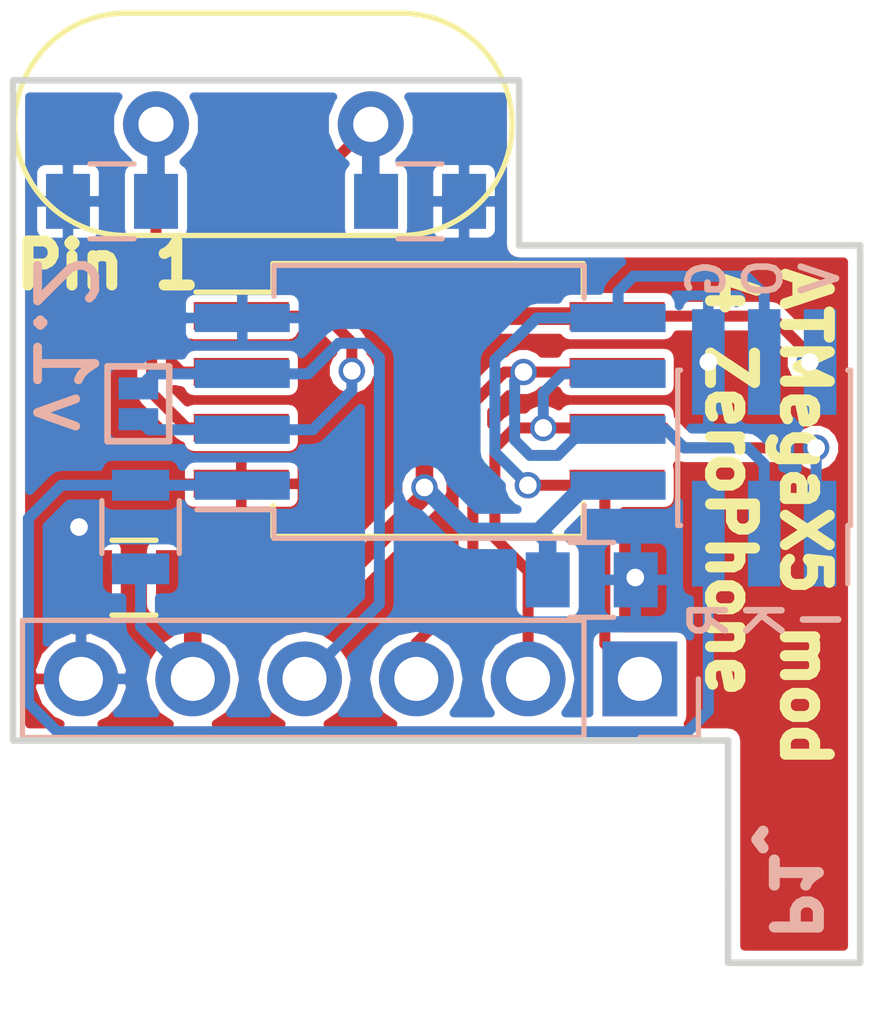
<source format=kicad_pcb>
(kicad_pcb (version 4) (host pcbnew 4.0.7)

  (general
    (links 32)
    (no_connects 0)
    (area 140.674999 96.674999 160.075001 116.875001)
    (thickness 1.6)
    (drawings 21)
    (tracks 123)
    (zones 0)
    (modules 11)
    (nets 11)
  )

  (page A4)
  (layers
    (0 F.Cu signal)
    (31 B.Cu signal)
    (32 B.Adhes user)
    (33 F.Adhes user)
    (34 B.Paste user)
    (35 F.Paste user)
    (36 B.SilkS user)
    (37 F.SilkS user)
    (38 B.Mask user)
    (39 F.Mask user hide)
    (40 Dwgs.User user)
    (41 Cmts.User user)
    (42 Eco1.User user)
    (43 Eco2.User user hide)
    (44 Edge.Cuts user)
    (45 Margin user)
    (46 B.CrtYd user hide)
    (47 F.CrtYd user hide)
    (48 B.Fab user hide)
    (49 F.Fab user hide)
  )

  (setup
    (last_trace_width 0.25)
    (user_trace_width 0.4)
    (trace_clearance 0.2)
    (zone_clearance 0.2)
    (zone_45_only no)
    (trace_min 0.2)
    (segment_width 0.2)
    (edge_width 0.15)
    (via_size 0.6)
    (via_drill 0.4)
    (via_min_size 0.4)
    (via_min_drill 0.3)
    (uvia_size 0.3)
    (uvia_drill 0.1)
    (uvias_allowed no)
    (uvia_min_size 0.2)
    (uvia_min_drill 0.1)
    (pcb_text_width 0.3)
    (pcb_text_size 1.5 1.5)
    (mod_edge_width 0.15)
    (mod_text_size 1 1)
    (mod_text_width 0.15)
    (pad_size 1.5 1.25)
    (pad_drill 0)
    (pad_to_mask_clearance 0.2)
    (aux_axis_origin 160 100.5)
    (visible_elements 7FFFFF7F)
    (pcbplotparams
      (layerselection 0x010f0_80000001)
      (usegerberextensions true)
      (usegerberattributes true)
      (excludeedgelayer true)
      (linewidth 0.200000)
      (plotframeref false)
      (viasonmask false)
      (mode 1)
      (useauxorigin true)
      (hpglpennumber 1)
      (hpglpenspeed 20)
      (hpglpendiameter 15)
      (hpglpenoverlay 2)
      (psnegative false)
      (psa4output false)
      (plotreference false)
      (plotvalue false)
      (plotinvisibletext false)
      (padsonsilk false)
      (subtractmaskfromsilk false)
      (outputformat 1)
      (mirror false)
      (drillshape 0)
      (scaleselection 1)
      (outputdirectory gerbers/))
  )

  (net 0 "")
  (net 1 +3V3)
  (net 2 GND)
  (net 3 CS)
  (net 4 MISO)
  (net 5 CLK)
  (net 6 MOSI)
  (net 7 "Net-(C2-Pad2)")
  (net 8 "Net-(C3-Pad1)")
  (net 9 "Net-(CON1-Pad5)")
  (net 10 RST)

  (net_class Default "This is the default net class."
    (clearance 0.2)
    (trace_width 0.25)
    (via_dia 0.6)
    (via_drill 0.4)
    (uvia_dia 0.3)
    (uvia_drill 0.1)
    (add_net +3V3)
    (add_net CLK)
    (add_net CS)
    (add_net GND)
    (add_net MISO)
    (add_net MOSI)
    (add_net "Net-(C2-Pad2)")
    (add_net "Net-(C3-Pad1)")
    (add_net "Net-(CON1-Pad5)")
    (add_net RST)
  )

  (module Pin_Headers:Pin_Header_Straight_1x06_Pitch2.54mm (layer B.Cu) (tedit 59A2EA63) (tstamp 590E8394)
    (at 154.995 110.35 90)
    (descr "Through hole straight pin header, 1x06, 2.54mm pitch, single row")
    (tags "Through hole pin header THT 1x06 2.54mm single row")
    (path /590E7860)
    (fp_text reference P2 (at 0 2.33 90) (layer B.SilkS) hide
      (effects (font (size 1 1) (thickness 0.15)) (justify mirror))
    )
    (fp_text value CONN_01X06 (at 0 -15.03 90) (layer B.Fab) hide
      (effects (font (size 1 1) (thickness 0.15)) (justify mirror))
    )
    (fp_line (start -1.27 1.27) (end -1.27 -13.97) (layer B.Fab) (width 0.1))
    (fp_line (start -1.27 -13.97) (end 1.27 -13.97) (layer B.Fab) (width 0.1))
    (fp_line (start 1.27 -13.97) (end 1.27 1.27) (layer B.Fab) (width 0.1))
    (fp_line (start 1.27 1.27) (end -1.27 1.27) (layer B.Fab) (width 0.1))
    (fp_line (start -1.33 -1.27) (end -1.33 -14.03) (layer B.SilkS) (width 0.12))
    (fp_line (start -1.33 -14.03) (end 1.33 -14.03) (layer B.SilkS) (width 0.12))
    (fp_line (start 1.33 -14.03) (end 1.33 -1.27) (layer B.SilkS) (width 0.12))
    (fp_line (start 1.33 -1.27) (end -1.33 -1.27) (layer B.SilkS) (width 0.12))
    (fp_line (start -1.33 0) (end -1.33 1.33) (layer B.SilkS) (width 0.12))
    (fp_line (start -1.33 1.33) (end 0 1.33) (layer B.SilkS) (width 0.12))
    (fp_line (start -1.8 1.8) (end -1.8 -14.5) (layer B.CrtYd) (width 0.05))
    (fp_line (start -1.8 -14.5) (end 1.8 -14.5) (layer B.CrtYd) (width 0.05))
    (fp_line (start 1.8 -14.5) (end 1.8 1.8) (layer B.CrtYd) (width 0.05))
    (fp_line (start 1.8 1.8) (end -1.8 1.8) (layer B.CrtYd) (width 0.05))
    (fp_text user %R (at 0 2.33 90) (layer B.Fab) hide
      (effects (font (size 1 1) (thickness 0.15)) (justify mirror))
    )
    (pad 1 thru_hole rect (at 0 0 90) (size 1.7 1.7) (drill 1) (layers *.Cu *.Mask)
      (net 6 MOSI))
    (pad 2 thru_hole oval (at 0 -2.54 90) (size 1.7 1.7) (drill 1) (layers *.Cu *.Mask)
      (net 4 MISO))
    (pad 3 thru_hole oval (at 0 -5.08 90) (size 1.7 1.7) (drill 1) (layers *.Cu *.Mask)
      (net 5 CLK))
    (pad 4 thru_hole oval (at 0 -7.62 90) (size 1.7 1.7) (drill 1) (layers *.Cu *.Mask)
      (net 3 CS))
    (pad 5 thru_hole oval (at 0 -10.16 90) (size 1.7 1.7) (drill 1) (layers *.Cu *.Mask)
      (net 1 +3V3))
    (pad 6 thru_hole oval (at 0 -12.7 90) (size 1.7 1.7) (drill 1) (layers *.Cu *.Mask)
      (net 2 GND))
    (model Pin_Headers.3dshapes/Pin_Header_Angled_1x06_Pitch2.54mm.wrl
      (at (xyz 0 0 0))
      (scale (xyz 1 1 1))
      (rotate (xyz 0 0 0))
    )
  )

  (module Crystals:Crystal_HC49-U_Vertical (layer F.Cu) (tedit 5AEEE363) (tstamp 5AEEE210)
    (at 148.88 97.75 180)
    (descr "Crystal THT HC-49/U http://5hertz.com/pdfs/04404_D.pdf")
    (tags "THT crystalHC-49/U")
    (path /5AEEE2B5)
    (fp_text reference Y1 (at 2.44 -3.525 180) (layer F.SilkS) hide
      (effects (font (size 1 1) (thickness 0.15)))
    )
    (fp_text value Crystal (at 2.44 3.525 180) (layer F.Fab)
      (effects (font (size 1 1) (thickness 0.15)))
    )
    (fp_text user %R (at 2.44 0 180) (layer F.Fab)
      (effects (font (size 1 1) (thickness 0.15)))
    )
    (fp_line (start -0.685 -2.325) (end 5.565 -2.325) (layer F.Fab) (width 0.1))
    (fp_line (start -0.685 2.325) (end 5.565 2.325) (layer F.Fab) (width 0.1))
    (fp_line (start -0.56 -2) (end 5.44 -2) (layer F.Fab) (width 0.1))
    (fp_line (start -0.56 2) (end 5.44 2) (layer F.Fab) (width 0.1))
    (fp_line (start -0.685 -2.525) (end 5.565 -2.525) (layer F.SilkS) (width 0.12))
    (fp_line (start -0.685 2.525) (end 5.565 2.525) (layer F.SilkS) (width 0.12))
    (fp_line (start -3.5 -2.8) (end -3.5 2.8) (layer F.CrtYd) (width 0.05))
    (fp_line (start -3.5 2.8) (end 8.4 2.8) (layer F.CrtYd) (width 0.05))
    (fp_line (start 8.4 2.8) (end 8.4 -2.8) (layer F.CrtYd) (width 0.05))
    (fp_line (start 8.4 -2.8) (end -3.5 -2.8) (layer F.CrtYd) (width 0.05))
    (fp_arc (start -0.685 0) (end -0.685 -2.325) (angle -180) (layer F.Fab) (width 0.1))
    (fp_arc (start 5.565 0) (end 5.565 -2.325) (angle 180) (layer F.Fab) (width 0.1))
    (fp_arc (start -0.56 0) (end -0.56 -2) (angle -180) (layer F.Fab) (width 0.1))
    (fp_arc (start 5.44 0) (end 5.44 -2) (angle 180) (layer F.Fab) (width 0.1))
    (fp_arc (start -0.685 0) (end -0.685 -2.525) (angle -180) (layer F.SilkS) (width 0.12))
    (fp_arc (start 5.565 0) (end 5.565 -2.525) (angle 180) (layer F.SilkS) (width 0.12))
    (pad 1 thru_hole circle (at 0 0 180) (size 1.5 1.5) (drill 0.8) (layers *.Cu *.Mask)
      (net 7 "Net-(C2-Pad2)"))
    (pad 2 thru_hole circle (at 4.88 0 180) (size 1.5 1.5) (drill 0.8) (layers *.Cu *.Mask)
      (net 8 "Net-(C3-Pad1)"))
    (model ${KISYS3DMOD}/Crystals.3dshapes/Crystal_HC49-U_Vertical.wrl
      (at (xyz 0 0 0))
      (scale (xyz 0.393701 0.393701 0.393701))
      (rotate (xyz 0 0 0))
    )
  )

  (module Capacitors_SMD:C_0805 (layer B.Cu) (tedit 5C3B4D86) (tstamp 5C3B4CAA)
    (at 153.9 108.1)
    (descr "Capacitor SMD 0805, reflow soldering, AVX (see smccp.pdf)")
    (tags "capacitor 0805")
    (path /5C3B4836)
    (attr smd)
    (fp_text reference C4 (at 0 1.5) (layer B.SilkS) hide
      (effects (font (size 1 1) (thickness 0.15)) (justify mirror))
    )
    (fp_text value C_Small (at 0 -1.75) (layer B.Fab)
      (effects (font (size 1 1) (thickness 0.15)) (justify mirror))
    )
    (fp_text user %R (at 0 1.5) (layer B.Fab)
      (effects (font (size 1 1) (thickness 0.15)) (justify mirror))
    )
    (fp_line (start -1 -0.62) (end -1 0.62) (layer B.Fab) (width 0.1))
    (fp_line (start 1 -0.62) (end -1 -0.62) (layer B.Fab) (width 0.1))
    (fp_line (start 1 0.62) (end 1 -0.62) (layer B.Fab) (width 0.1))
    (fp_line (start -1 0.62) (end 1 0.62) (layer B.Fab) (width 0.1))
    (fp_line (start 0.5 0.85) (end -0.5 0.85) (layer B.SilkS) (width 0.12))
    (fp_line (start -0.5 -0.85) (end 0.5 -0.85) (layer B.SilkS) (width 0.12))
    (fp_line (start -1.75 0.88) (end 1.75 0.88) (layer B.CrtYd) (width 0.05))
    (fp_line (start -1.75 0.88) (end -1.75 -0.87) (layer B.CrtYd) (width 0.05))
    (fp_line (start 1.75 -0.87) (end 1.75 0.88) (layer B.CrtYd) (width 0.05))
    (fp_line (start 1.75 -0.87) (end -1.75 -0.87) (layer B.CrtYd) (width 0.05))
    (pad 1 smd rect (at -1 0) (size 1 1.25) (layers B.Cu B.Paste B.Mask)
      (net 1 +3V3))
    (pad 2 smd rect (at 1 0) (size 1 1.25) (layers B.Cu B.Paste B.Mask)
      (net 2 GND))
    (model Capacitors_SMD.3dshapes/C_0805.wrl
      (at (xyz 0 0 0))
      (scale (xyz 1 1 1))
      (rotate (xyz 0 0 0))
    )
  )

  (module Pin_Headers:Pin_Header_Straight_2x03_Pitch1.27mm_SMD (layer B.Cu) (tedit 5C3B4D88) (tstamp 5C3B4CB4)
    (at 157.82 105.1 90)
    (descr "surface-mounted straight pin header, 2x03, 1.27mm pitch, double rows")
    (tags "Surface mounted pin header SMD 2x03 1.27mm double row")
    (path /5C3B534C)
    (attr smd)
    (fp_text reference CON1 (at 0 2.965 90) (layer B.SilkS) hide
      (effects (font (size 1 1) (thickness 0.15)) (justify mirror))
    )
    (fp_text value AVR-ISP-6 (at 0 -2.965 90) (layer B.Fab)
      (effects (font (size 1 1) (thickness 0.15)) (justify mirror))
    )
    (fp_line (start 1.705 -1.905) (end -1.705 -1.905) (layer B.Fab) (width 0.1))
    (fp_line (start -1.27 1.905) (end 1.705 1.905) (layer B.Fab) (width 0.1))
    (fp_line (start -1.705 -1.905) (end -1.705 1.47) (layer B.Fab) (width 0.1))
    (fp_line (start -1.705 1.47) (end -1.27 1.905) (layer B.Fab) (width 0.1))
    (fp_line (start 1.705 1.905) (end 1.705 -1.905) (layer B.Fab) (width 0.1))
    (fp_line (start -1.705 1.47) (end -2.75 1.47) (layer B.Fab) (width 0.1))
    (fp_line (start -2.75 1.47) (end -2.75 1.07) (layer B.Fab) (width 0.1))
    (fp_line (start -2.75 1.07) (end -1.705 1.07) (layer B.Fab) (width 0.1))
    (fp_line (start 1.705 1.47) (end 2.75 1.47) (layer B.Fab) (width 0.1))
    (fp_line (start 2.75 1.47) (end 2.75 1.07) (layer B.Fab) (width 0.1))
    (fp_line (start 2.75 1.07) (end 1.705 1.07) (layer B.Fab) (width 0.1))
    (fp_line (start -1.705 0.2) (end -2.75 0.2) (layer B.Fab) (width 0.1))
    (fp_line (start -2.75 0.2) (end -2.75 -0.2) (layer B.Fab) (width 0.1))
    (fp_line (start -2.75 -0.2) (end -1.705 -0.2) (layer B.Fab) (width 0.1))
    (fp_line (start 1.705 0.2) (end 2.75 0.2) (layer B.Fab) (width 0.1))
    (fp_line (start 2.75 0.2) (end 2.75 -0.2) (layer B.Fab) (width 0.1))
    (fp_line (start 2.75 -0.2) (end 1.705 -0.2) (layer B.Fab) (width 0.1))
    (fp_line (start -1.705 -1.07) (end -2.75 -1.07) (layer B.Fab) (width 0.1))
    (fp_line (start -2.75 -1.07) (end -2.75 -1.47) (layer B.Fab) (width 0.1))
    (fp_line (start -2.75 -1.47) (end -1.705 -1.47) (layer B.Fab) (width 0.1))
    (fp_line (start 1.705 -1.07) (end 2.75 -1.07) (layer B.Fab) (width 0.1))
    (fp_line (start 2.75 -1.07) (end 2.75 -1.47) (layer B.Fab) (width 0.1))
    (fp_line (start 2.75 -1.47) (end 1.705 -1.47) (layer B.Fab) (width 0.1))
    (fp_line (start -1.765 1.965) (end 1.765 1.965) (layer B.SilkS) (width 0.12))
    (fp_line (start -1.765 -1.965) (end 1.765 -1.965) (layer B.SilkS) (width 0.12))
    (fp_line (start -3.09 1.9) (end -1.765 1.9) (layer B.SilkS) (width 0.12))
    (fp_line (start -1.765 1.965) (end -1.765 1.9) (layer B.SilkS) (width 0.12))
    (fp_line (start 1.765 1.965) (end 1.765 1.9) (layer B.SilkS) (width 0.12))
    (fp_line (start -1.765 -1.9) (end -1.765 -1.965) (layer B.SilkS) (width 0.12))
    (fp_line (start 1.765 -1.9) (end 1.765 -1.965) (layer B.SilkS) (width 0.12))
    (fp_line (start -4.3 2.45) (end -4.3 -2.45) (layer B.CrtYd) (width 0.05))
    (fp_line (start -4.3 -2.45) (end 4.3 -2.45) (layer B.CrtYd) (width 0.05))
    (fp_line (start 4.3 -2.45) (end 4.3 2.45) (layer B.CrtYd) (width 0.05))
    (fp_line (start 4.3 2.45) (end -4.3 2.45) (layer B.CrtYd) (width 0.05))
    (fp_text user %R (at 0 0 360) (layer B.Fab)
      (effects (font (size 1 1) (thickness 0.15)) (justify mirror))
    )
    (pad 1 smd rect (at -1.95 1.27 90) (size 2.4 0.74) (layers B.Cu B.Paste B.Mask)
      (net 4 MISO))
    (pad 2 smd rect (at 1.95 1.27 90) (size 2.4 0.74) (layers B.Cu B.Paste B.Mask)
      (net 1 +3V3))
    (pad 3 smd rect (at -1.95 0 90) (size 2.4 0.74) (layers B.Cu B.Paste B.Mask)
      (net 5 CLK))
    (pad 4 smd rect (at 1.95 0 90) (size 2.4 0.74) (layers B.Cu B.Paste B.Mask)
      (net 6 MOSI))
    (pad 5 smd rect (at -1.95 -1.27 90) (size 2.4 0.74) (layers B.Cu B.Paste B.Mask)
      (net 9 "Net-(CON1-Pad5)"))
    (pad 6 smd rect (at 1.95 -1.27 90) (size 2.4 0.74) (layers B.Cu B.Paste B.Mask)
      (net 2 GND))
    (model ${KISYS3DMOD}/Pin_Headers.3dshapes/Pin_Header_Straight_2x03_Pitch1.27mm_SMD.wrl
      (at (xyz 0 0 0))
      (scale (xyz 1 1 1))
      (rotate (xyz 0 0 0))
    )
  )

  (module footprints:GS2_SMALL (layer B.Cu) (tedit 5C3B4FEA) (tstamp 5C3B4CBA)
    (at 143.6 103.75)
    (descr "3-pin solder bridge")
    (tags "solder bridge")
    (path /5C3B4B4A)
    (attr smd)
    (fp_text reference JP1 (at -1.8 0.3 90) (layer B.SilkS) hide
      (effects (font (size 1 1) (thickness 0.15)) (justify mirror))
    )
    (fp_text value Jumper (at 0 2.6 90) (layer B.SilkS) hide
      (effects (font (size 1 1) (thickness 0.15)) (justify mirror))
    )
    (fp_line (start -1 1.5) (end -1 -0.8) (layer B.CrtYd) (width 0.15))
    (fp_line (start 1 -0.8) (end 1 1.5) (layer B.CrtYd) (width 0.15))
    (fp_line (start 1 -0.8) (end -1 -0.8) (layer B.CrtYd) (width 0.15))
    (fp_line (start 0.7 -0.5) (end 0.7 1.2) (layer B.SilkS) (width 0.15))
    (fp_line (start -0.7 -0.5) (end 0.7 -0.5) (layer B.SilkS) (width 0.15))
    (fp_line (start -0.7 1.2) (end -0.7 -0.5) (layer B.SilkS) (width 0.15))
    (fp_line (start -0.7 -0.5) (end 0.7 -0.5) (layer B.SilkS) (width 0.15))
    (fp_line (start -1 1.5) (end 1 1.5) (layer B.CrtYd) (width 0.15))
    (fp_line (start -0.7 1.2) (end 0.7 1.2) (layer B.SilkS) (width 0.15))
    (pad 1 smd rect (at 0 0.7) (size 0.9 0.5) (layers B.Cu B.Paste B.Mask)
      (net 10 RST))
    (pad 2 smd rect (at 0 0) (size 0.9 0.5) (layers B.Cu B.Paste B.Mask)
      (net 3 CS))
  )

  (module Resistors_SMD:R_0805 (layer B.Cu) (tedit 5C3B4F9A) (tstamp 5C3B4CC0)
    (at 143.65 106.9 270)
    (descr "Resistor SMD 0805, reflow soldering, Vishay (see dcrcw.pdf)")
    (tags "resistor 0805")
    (path /5C3B48F3)
    (attr smd)
    (fp_text reference R1 (at 0 1.65 270) (layer B.SilkS) hide
      (effects (font (size 1 1) (thickness 0.15)) (justify mirror))
    )
    (fp_text value 10K (at 0 -1.75 270) (layer B.Fab)
      (effects (font (size 1 1) (thickness 0.15)) (justify mirror))
    )
    (fp_text user %R (at 0 0 270) (layer B.Fab)
      (effects (font (size 0.5 0.5) (thickness 0.075)) (justify mirror))
    )
    (fp_line (start -1 -0.62) (end -1 0.62) (layer B.Fab) (width 0.1))
    (fp_line (start 1 -0.62) (end -1 -0.62) (layer B.Fab) (width 0.1))
    (fp_line (start 1 0.62) (end 1 -0.62) (layer B.Fab) (width 0.1))
    (fp_line (start -1 0.62) (end 1 0.62) (layer B.Fab) (width 0.1))
    (fp_line (start 0.6 -0.88) (end -0.6 -0.88) (layer B.SilkS) (width 0.12))
    (fp_line (start -0.6 0.88) (end 0.6 0.88) (layer B.SilkS) (width 0.12))
    (fp_line (start -1.55 0.9) (end 1.55 0.9) (layer B.CrtYd) (width 0.05))
    (fp_line (start -1.55 0.9) (end -1.55 -0.9) (layer B.CrtYd) (width 0.05))
    (fp_line (start 1.55 -0.9) (end 1.55 0.9) (layer B.CrtYd) (width 0.05))
    (fp_line (start 1.55 -0.9) (end -1.55 -0.9) (layer B.CrtYd) (width 0.05))
    (pad 1 smd rect (at -0.95 0 270) (size 0.7 1.3) (layers B.Cu B.Paste B.Mask)
      (net 9 "Net-(CON1-Pad5)"))
    (pad 2 smd rect (at 0.95 0 270) (size 0.7 1.3) (layers B.Cu B.Paste B.Mask)
      (net 1 +3V3))
    (model ${KISYS3DMOD}/Resistors_SMD.3dshapes/R_0805.wrl
      (at (xyz 0 0 0))
      (scale (xyz 1 1 1))
      (rotate (xyz 0 0 0))
    )
  )

  (module Housings_SOIC:SSO-8_6.8x5.9mm_Pitch1.27mm_Clearance7mm (layer B.Cu) (tedit 5C3B4F8F) (tstamp 5C3B4CCC)
    (at 150.23 104.055)
    (descr "8-Lead Plastic Stretched Small Outline (SSO/Stretched SO), see https://docs.broadcom.com/cs/Satellite?blobcol=urldata&blobheader=application%2Fpdf&blobheadername1=Content-Disposition&blobheadername2=Content-Type&blobheadername3=MDT-Type&blobheadervalue1=attachment%3Bfilename%3DIPD-Selection-Guide_AV00-0254EN_030617.pdf&blobheadervalue2=application%2Fx-download&blobheadervalue3=abinary%253B%2Bcharset%253DUTF-8&blobkey=id&blobnocache=true&blobtable=MungoBlobs&blobwhere=1430884105675&ssbinary=true")
    (tags "SSO Stretched SO SOIC Pitch 1.27")
    (path /5C3B4737)
    (attr smd)
    (fp_text reference U2 (at 0.1 3.9) (layer B.SilkS) hide
      (effects (font (size 1 1) (thickness 0.15)) (justify mirror))
    )
    (fp_text value ATTINY13-20SU (at 0 -4.1) (layer B.Fab)
      (effects (font (size 1 1) (thickness 0.15)) (justify mirror))
    )
    (fp_text user %R (at 0 0) (layer B.Fab)
      (effects (font (size 1 1) (thickness 0.15)) (justify mirror))
    )
    (fp_line (start -3.55 2.45) (end -5.3 2.45) (layer B.SilkS) (width 0.12))
    (fp_line (start -3.55 -2.4) (end -3.55 -3.1) (layer B.SilkS) (width 0.12))
    (fp_line (start -3.55 -3.1) (end 3.5 -3.1) (layer B.SilkS) (width 0.12))
    (fp_line (start 3.5 -3.1) (end 3.5 -2.35) (layer B.SilkS) (width 0.12))
    (fp_line (start 3.5 2.35) (end 3.5 3.1) (layer B.SilkS) (width 0.12))
    (fp_line (start 3.5 3.1) (end -3.55 3.1) (layer B.SilkS) (width 0.12))
    (fp_line (start -3.55 3.1) (end -3.55 2.45) (layer B.SilkS) (width 0.12))
    (fp_line (start -3.4 -2.95) (end 3.4 -2.95) (layer B.Fab) (width 0.12))
    (fp_line (start 3.4 -2.95) (end 3.4 2.95) (layer B.Fab) (width 0.12))
    (fp_line (start 3.4 2.95) (end -2.3 2.95) (layer B.Fab) (width 0.12))
    (fp_line (start -2.3 2.95) (end -3.4 1.85) (layer B.Fab) (width 0.12))
    (fp_line (start -3.4 1.85) (end -3.4 -2.95) (layer B.Fab) (width 0.12))
    (fp_line (start -5.6 3.2) (end 5.6 3.2) (layer B.CrtYd) (width 0.05))
    (fp_line (start -5.6 3.2) (end -5.6 -3.2) (layer B.CrtYd) (width 0.05))
    (fp_line (start 5.6 -3.2) (end 5.6 3.2) (layer B.CrtYd) (width 0.05))
    (fp_line (start 5.6 -3.2) (end -5.6 -3.2) (layer B.CrtYd) (width 0.05))
    (pad 1 smd rect (at -4.27 1.905) (size 2.16 0.64) (layers B.Cu B.Paste B.Mask)
      (net 9 "Net-(CON1-Pad5)"))
    (pad 2 smd rect (at -4.27 0.635) (size 2.16 0.64) (layers B.Cu B.Paste B.Mask)
      (net 10 RST))
    (pad 3 smd rect (at -4.27 -0.635) (size 2.16 0.64) (layers B.Cu B.Paste B.Mask)
      (net 3 CS))
    (pad 4 smd rect (at -4.27 -1.905) (size 2.16 0.64) (layers B.Cu B.Paste B.Mask)
      (net 2 GND))
    (pad 5 smd rect (at 4.27 -1.905) (size 2.16 0.64) (layers B.Cu B.Paste B.Mask)
      (net 6 MOSI))
    (pad 6 smd rect (at 4.27 -0.635) (size 2.16 0.64) (layers B.Cu B.Paste B.Mask)
      (net 4 MISO))
    (pad 7 smd rect (at 4.27 0.635) (size 2.16 0.64) (layers B.Cu B.Paste B.Mask)
      (net 5 CLK))
    (pad 8 smd rect (at 4.27 1.905) (size 2.16 0.64) (layers B.Cu B.Paste B.Mask)
      (net 1 +3V3))
    (model ${KISYS3DMOD}/Housings_SOIC.3dshapes/SSO-8_6.8x5.9mm_Pitch1.27mm_Clearance7mm.wrl
      (at (xyz 0 0 0))
      (scale (xyz 1 1 1))
      (rotate (xyz 0 0 0))
    )
  )

  (module Capacitors_SMD:C_0805 (layer F.Cu) (tedit 5C3B4FF4) (tstamp 5C3B4CF2)
    (at 143.5 108.05 180)
    (descr "Capacitor SMD 0805, reflow soldering, AVX (see smccp.pdf)")
    (tags "capacitor 0805")
    (path /590E7763)
    (attr smd)
    (fp_text reference C1 (at 0 -1.5 180) (layer F.SilkS) hide
      (effects (font (size 1 1) (thickness 0.15)))
    )
    (fp_text value C_Small (at 0 1.75 180) (layer F.Fab)
      (effects (font (size 1 1) (thickness 0.15)))
    )
    (fp_text user %R (at 0 -1.5 180) (layer F.Fab)
      (effects (font (size 1 1) (thickness 0.15)))
    )
    (fp_line (start -1 0.62) (end -1 -0.62) (layer F.Fab) (width 0.1))
    (fp_line (start 1 0.62) (end -1 0.62) (layer F.Fab) (width 0.1))
    (fp_line (start 1 -0.62) (end 1 0.62) (layer F.Fab) (width 0.1))
    (fp_line (start -1 -0.62) (end 1 -0.62) (layer F.Fab) (width 0.1))
    (fp_line (start 0.5 -0.85) (end -0.5 -0.85) (layer F.SilkS) (width 0.12))
    (fp_line (start -0.5 0.85) (end 0.5 0.85) (layer F.SilkS) (width 0.12))
    (fp_line (start -1.75 -0.88) (end 1.75 -0.88) (layer F.CrtYd) (width 0.05))
    (fp_line (start -1.75 -0.88) (end -1.75 0.87) (layer F.CrtYd) (width 0.05))
    (fp_line (start 1.75 0.87) (end 1.75 -0.88) (layer F.CrtYd) (width 0.05))
    (fp_line (start 1.75 0.87) (end -1.75 0.87) (layer F.CrtYd) (width 0.05))
    (pad 1 smd rect (at -1 0 180) (size 1 1.25) (layers F.Cu F.Paste F.Mask)
      (net 1 +3V3))
    (pad 2 smd rect (at 1 0 180) (size 1 1.25) (layers F.Cu F.Paste F.Mask)
      (net 2 GND))
    (model Capacitors_SMD.3dshapes/C_0805.wrl
      (at (xyz 0 0 0))
      (scale (xyz 1 1 1))
      (rotate (xyz 0 0 0))
    )
  )

  (module Capacitors_SMD:C_0805 (layer B.Cu) (tedit 5C3B4FB8) (tstamp 5C3B4CF7)
    (at 150 99.5 180)
    (descr "Capacitor SMD 0805, reflow soldering, AVX (see smccp.pdf)")
    (tags "capacitor 0805")
    (path /5AEEE2F8)
    (attr smd)
    (fp_text reference C2 (at 0 1.5 180) (layer B.SilkS) hide
      (effects (font (size 1 1) (thickness 0.15)) (justify mirror))
    )
    (fp_text value C_Small (at 0 -1.75 180) (layer B.Fab)
      (effects (font (size 1 1) (thickness 0.15)) (justify mirror))
    )
    (fp_text user %R (at 0 1.5 180) (layer B.Fab)
      (effects (font (size 1 1) (thickness 0.15)) (justify mirror))
    )
    (fp_line (start -1 -0.62) (end -1 0.62) (layer B.Fab) (width 0.1))
    (fp_line (start 1 -0.62) (end -1 -0.62) (layer B.Fab) (width 0.1))
    (fp_line (start 1 0.62) (end 1 -0.62) (layer B.Fab) (width 0.1))
    (fp_line (start -1 0.62) (end 1 0.62) (layer B.Fab) (width 0.1))
    (fp_line (start 0.5 0.85) (end -0.5 0.85) (layer B.SilkS) (width 0.12))
    (fp_line (start -0.5 -0.85) (end 0.5 -0.85) (layer B.SilkS) (width 0.12))
    (fp_line (start -1.75 0.88) (end 1.75 0.88) (layer B.CrtYd) (width 0.05))
    (fp_line (start -1.75 0.88) (end -1.75 -0.87) (layer B.CrtYd) (width 0.05))
    (fp_line (start 1.75 -0.87) (end 1.75 0.88) (layer B.CrtYd) (width 0.05))
    (fp_line (start 1.75 -0.87) (end -1.75 -0.87) (layer B.CrtYd) (width 0.05))
    (pad 1 smd rect (at -1 0 180) (size 1 1.25) (layers B.Cu B.Paste B.Mask)
      (net 2 GND))
    (pad 2 smd rect (at 1 0 180) (size 1 1.25) (layers B.Cu B.Paste B.Mask)
      (net 7 "Net-(C2-Pad2)"))
    (model Capacitors_SMD.3dshapes/C_0805.wrl
      (at (xyz 0 0 0))
      (scale (xyz 1 1 1))
      (rotate (xyz 0 0 0))
    )
  )

  (module Capacitors_SMD:C_0805 (layer B.Cu) (tedit 5C3B4FBB) (tstamp 5C3B4CFC)
    (at 143 99.5 180)
    (descr "Capacitor SMD 0805, reflow soldering, AVX (see smccp.pdf)")
    (tags "capacitor 0805")
    (path /5AEEE332)
    (attr smd)
    (fp_text reference C3 (at 0 1.5 180) (layer B.SilkS) hide
      (effects (font (size 1 1) (thickness 0.15)) (justify mirror))
    )
    (fp_text value C_Small (at 0 -1.75 180) (layer B.Fab)
      (effects (font (size 1 1) (thickness 0.15)) (justify mirror))
    )
    (fp_text user %R (at 0 1.5 180) (layer B.Fab)
      (effects (font (size 1 1) (thickness 0.15)) (justify mirror))
    )
    (fp_line (start -1 -0.62) (end -1 0.62) (layer B.Fab) (width 0.1))
    (fp_line (start 1 -0.62) (end -1 -0.62) (layer B.Fab) (width 0.1))
    (fp_line (start 1 0.62) (end 1 -0.62) (layer B.Fab) (width 0.1))
    (fp_line (start -1 0.62) (end 1 0.62) (layer B.Fab) (width 0.1))
    (fp_line (start 0.5 0.85) (end -0.5 0.85) (layer B.SilkS) (width 0.12))
    (fp_line (start -0.5 -0.85) (end 0.5 -0.85) (layer B.SilkS) (width 0.12))
    (fp_line (start -1.75 0.88) (end 1.75 0.88) (layer B.CrtYd) (width 0.05))
    (fp_line (start -1.75 0.88) (end -1.75 -0.87) (layer B.CrtYd) (width 0.05))
    (fp_line (start 1.75 -0.87) (end 1.75 0.88) (layer B.CrtYd) (width 0.05))
    (fp_line (start 1.75 -0.87) (end -1.75 -0.87) (layer B.CrtYd) (width 0.05))
    (pad 1 smd rect (at -1 0 180) (size 1 1.25) (layers B.Cu B.Paste B.Mask)
      (net 8 "Net-(C3-Pad1)"))
    (pad 2 smd rect (at 1 0 180) (size 1 1.25) (layers B.Cu B.Paste B.Mask)
      (net 2 GND))
    (model Capacitors_SMD.3dshapes/C_0805.wrl
      (at (xyz 0 0 0))
      (scale (xyz 1 1 1))
      (rotate (xyz 0 0 0))
    )
  )

  (module Housings_SOIC:SSO-8_6.8x5.9mm_Pitch1.27mm_Clearance7mm (layer F.Cu) (tedit 5C3B4FB2) (tstamp 5C3B4D01)
    (at 150.208 104.013)
    (descr "8-Lead Plastic Stretched Small Outline (SSO/Stretched SO), see https://docs.broadcom.com/cs/Satellite?blobcol=urldata&blobheader=application%2Fpdf&blobheadername1=Content-Disposition&blobheadername2=Content-Type&blobheadername3=MDT-Type&blobheadervalue1=attachment%3Bfilename%3DIPD-Selection-Guide_AV00-0254EN_030617.pdf&blobheadervalue2=application%2Fx-download&blobheadervalue3=abinary%253B%2Bcharset%253DUTF-8&blobkey=id&blobnocache=true&blobtable=MungoBlobs&blobwhere=1430884105675&ssbinary=true")
    (tags "SSO Stretched SO SOIC Pitch 1.27")
    (path /5AEEE14E)
    (attr smd)
    (fp_text reference U1 (at 0.1 -3.9) (layer F.SilkS) hide
      (effects (font (size 1 1) (thickness 0.15)))
    )
    (fp_text value ATTINY85-20SU (at 0 4.1) (layer F.Fab)
      (effects (font (size 1 1) (thickness 0.15)))
    )
    (fp_text user %R (at 0 0) (layer F.Fab)
      (effects (font (size 1 1) (thickness 0.15)))
    )
    (fp_line (start -3.55 -2.45) (end -5.3 -2.45) (layer F.SilkS) (width 0.12))
    (fp_line (start -3.55 2.4) (end -3.55 3.1) (layer F.SilkS) (width 0.12))
    (fp_line (start -3.55 3.1) (end 3.5 3.1) (layer F.SilkS) (width 0.12))
    (fp_line (start 3.5 3.1) (end 3.5 2.35) (layer F.SilkS) (width 0.12))
    (fp_line (start 3.5 -2.35) (end 3.5 -3.1) (layer F.SilkS) (width 0.12))
    (fp_line (start 3.5 -3.1) (end -3.55 -3.1) (layer F.SilkS) (width 0.12))
    (fp_line (start -3.55 -3.1) (end -3.55 -2.45) (layer F.SilkS) (width 0.12))
    (fp_line (start -3.4 2.95) (end 3.4 2.95) (layer F.Fab) (width 0.12))
    (fp_line (start 3.4 2.95) (end 3.4 -2.95) (layer F.Fab) (width 0.12))
    (fp_line (start 3.4 -2.95) (end -2.3 -2.95) (layer F.Fab) (width 0.12))
    (fp_line (start -2.3 -2.95) (end -3.4 -1.85) (layer F.Fab) (width 0.12))
    (fp_line (start -3.4 -1.85) (end -3.4 2.95) (layer F.Fab) (width 0.12))
    (fp_line (start -5.6 -3.2) (end 5.6 -3.2) (layer F.CrtYd) (width 0.05))
    (fp_line (start -5.6 -3.2) (end -5.6 3.2) (layer F.CrtYd) (width 0.05))
    (fp_line (start 5.6 3.2) (end 5.6 -3.2) (layer F.CrtYd) (width 0.05))
    (fp_line (start 5.6 3.2) (end -5.6 3.2) (layer F.CrtYd) (width 0.05))
    (pad 1 smd rect (at -4.27 -1.905) (size 2.16 0.64) (layers F.Cu F.Paste F.Mask)
      (net 10 RST))
    (pad 2 smd rect (at -4.27 -0.635) (size 2.16 0.64) (layers F.Cu F.Paste F.Mask)
      (net 7 "Net-(C2-Pad2)"))
    (pad 3 smd rect (at -4.27 0.635) (size 2.16 0.64) (layers F.Cu F.Paste F.Mask)
      (net 8 "Net-(C3-Pad1)"))
    (pad 4 smd rect (at -4.27 1.905) (size 2.16 0.64) (layers F.Cu F.Paste F.Mask)
      (net 2 GND))
    (pad 5 smd rect (at 4.27 1.905) (size 2.16 0.64) (layers F.Cu F.Paste F.Mask)
      (net 6 MOSI))
    (pad 6 smd rect (at 4.27 0.635) (size 2.16 0.64) (layers F.Cu F.Paste F.Mask)
      (net 4 MISO))
    (pad 7 smd rect (at 4.27 -0.635) (size 2.16 0.64) (layers F.Cu F.Paste F.Mask)
      (net 5 CLK))
    (pad 8 smd rect (at 4.27 -1.905) (size 2.16 0.64) (layers F.Cu F.Paste F.Mask)
      (net 1 +3V3))
    (model ${KISYS3DMOD}/Housings_SOIC.3dshapes/SSO-8_6.8x5.9mm_Pitch1.27mm_Clearance7mm.wrl
      (at (xyz 0 0 0))
      (scale (xyz 1 1 1))
      (rotate (xyz 0 0 0))
    )
  )

  (gr_text "G\nO\nV" (at 157.8 101.25 90) (layer B.SilkS)
    (effects (font (size 0.8 0.8) (thickness 0.15)) (justify mirror))
  )
  (gr_text "R\nK\nI" (at 157.85 109 90) (layer B.SilkS)
    (effects (font (size 0.8 0.8) (thickness 0.15)) (justify mirror))
  )
  (gr_line (start 152.25 100.5) (end 160 100.5) (layer Edge.Cuts) (width 0.15))
  (gr_line (start 152.25 96.75) (end 152.25 100.5) (layer Edge.Cuts) (width 0.15))
  (gr_line (start 140.75 96.75) (end 152.25 96.75) (layer Edge.Cuts) (width 0.15))
  (gr_line (start 140.75 100.5) (end 140.75 96.75) (layer Edge.Cuts) (width 0.15))
  (gr_text "Pin 1" (at 142.9 100.95) (layer F.SilkS)
    (effects (font (size 1 1) (thickness 0.25)))
  )
  (gr_text v1.2 (at 141.9 102.75 270) (layer B.SilkS)
    (effects (font (size 1.3 1.3) (thickness 0.2)) (justify mirror))
  )
  (gr_text ^ (at 158.25 114 90) (layer B.SilkS)
    (effects (font (size 1 1) (thickness 0.25)) (justify mirror))
  )
  (gr_text P1 (at 158.5 115.25 270) (layer B.SilkS)
    (effects (font (size 1 1) (thickness 0.25)) (justify mirror))
  )
  (gr_text "4 ZeroPhone" (at 157.05 105.9 270) (layer F.SilkS)
    (effects (font (size 1 1) (thickness 0.25)))
  )
  (gr_text "ATMegaX5 mod" (at 158.75 106.68 270) (layer F.SilkS)
    (effects (font (size 1 1) (thickness 0.25)))
  )
  (gr_line (start 140.75 100.5) (end 140.75 101.5) (layer Edge.Cuts) (width 0.15))
  (gr_line (start 157 115) (end 157 116.8) (layer Edge.Cuts) (width 0.15))
  (gr_line (start 160 115) (end 160 116.8) (layer Edge.Cuts) (width 0.15))
  (gr_line (start 160 115) (end 160 100.5) (layer Edge.Cuts) (width 0.15))
  (gr_line (start 157 116.8) (end 160 116.8) (layer Edge.Cuts) (width 0.15))
  (gr_line (start 157 111.75) (end 157 115) (layer Edge.Cuts) (width 0.15))
  (gr_line (start 156.5 111.75) (end 157 111.75) (layer Edge.Cuts) (width 0.15))
  (gr_line (start 140.75 111.75) (end 156.5 111.75) (layer Edge.Cuts) (width 0.15))
  (gr_line (start 140.75 111.75) (end 140.75 101.5) (layer Edge.Cuts) (width 0.15))

  (segment (start 143.65 107.85) (end 143.65 109.165) (width 0.25) (layer B.Cu) (net 1))
  (segment (start 143.65 109.165) (end 144.835 110.35) (width 0.25) (layer B.Cu) (net 1))
  (segment (start 152.9 108.1) (end 152.9 107.2) (width 0.4) (layer B.Cu) (net 1))
  (segment (start 152.9 107.2) (end 152.7 107) (width 0.4) (layer B.Cu) (net 1))
  (segment (start 159.09 103.15) (end 159.089573 103.150427) (width 0.25) (layer B.Cu) (net 1))
  (segment (start 158.855156 102.988117) (end 158.855156 103.150427) (width 0.25) (layer F.Cu) (net 1))
  (segment (start 157.975039 102.108) (end 158.855156 102.988117) (width 0.25) (layer F.Cu) (net 1))
  (segment (start 159.089573 103.150427) (end 158.855156 103.150427) (width 0.25) (layer B.Cu) (net 1))
  (segment (start 154.478 102.108) (end 157.975039 102.108) (width 0.25) (layer F.Cu) (net 1))
  (via (at 158.855156 103.150427) (size 0.6) (drill 0.4) (layers F.Cu B.Cu) (net 1))
  (segment (start 152.7 107) (end 153.74 105.96) (width 0.4) (layer B.Cu) (net 1))
  (segment (start 153.74 105.96) (end 154.5 105.96) (width 0.4) (layer B.Cu) (net 1))
  (segment (start 150.1 106) (end 151.1 107) (width 0.4) (layer B.Cu) (net 1))
  (segment (start 151.1 107) (end 152.7 107) (width 0.4) (layer B.Cu) (net 1))
  (segment (start 150.1 106.186) (end 150.1 106) (width 0.4) (layer F.Cu) (net 1))
  (segment (start 150.1 106) (end 150.1 103.5) (width 0.4) (layer F.Cu) (net 1))
  (via (at 150.1 106) (size 0.6) (drill 0.4) (layers F.Cu B.Cu) (net 1))
  (segment (start 150.1 103.5) (end 151.492 102.108) (width 0.4) (layer F.Cu) (net 1))
  (segment (start 151.492 102.108) (end 154.478 102.108) (width 0.4) (layer F.Cu) (net 1))
  (segment (start 148.236 108.05) (end 150.1 106.186) (width 0.4) (layer F.Cu) (net 1))
  (segment (start 148.236 108.05) (end 144.75 108.05) (width 0.4) (layer F.Cu) (net 1))
  (segment (start 144.835 110.35) (end 144.835 108.285) (width 0.4) (layer F.Cu) (net 1))
  (segment (start 144.835 108.285) (end 144.75 108.2) (width 0.4) (layer F.Cu) (net 1))
  (segment (start 154.9 108.056689) (end 154.890538 108.047227) (width 0.25) (layer B.Cu) (net 2))
  (via (at 154.890538 108.047227) (size 0.6) (drill 0.4) (layers F.Cu B.Cu) (net 2))
  (segment (start 154.9 108.1) (end 154.9 108.056689) (width 0.25) (layer B.Cu) (net 2))
  (via (at 156.55 103.15) (size 0.6) (drill 0.4) (layers F.Cu B.Cu) (net 2))
  (segment (start 146.02 106) (end 145.938 105.918) (width 0.25) (layer F.Cu) (net 2))
  (segment (start 142.25 108.2) (end 142.25 106.9) (width 0.4) (layer F.Cu) (net 2))
  (via (at 142.25 106.9) (size 0.6) (drill 0.4) (layers F.Cu B.Cu) (net 2))
  (segment (start 145.96 103.42) (end 147.454998 103.42) (width 0.25) (layer B.Cu) (net 3))
  (segment (start 147.454998 103.42) (end 148.149999 102.724999) (width 0.25) (layer B.Cu) (net 3))
  (segment (start 148.149999 102.724999) (end 148.750001 102.724999) (width 0.25) (layer B.Cu) (net 3))
  (segment (start 148.750001 102.724999) (end 149.075001 103.049999) (width 0.25) (layer B.Cu) (net 3))
  (segment (start 149.075001 103.049999) (end 149.075001 108.649999) (width 0.25) (layer B.Cu) (net 3))
  (segment (start 149.075001 108.649999) (end 147.375 110.35) (width 0.25) (layer B.Cu) (net 3))
  (segment (start 145.96 103.42) (end 143.93 103.42) (width 0.25) (layer B.Cu) (net 3))
  (segment (start 143.93 103.42) (end 143.6 103.75) (width 0.25) (layer B.Cu) (net 3))
  (segment (start 159 105.1) (end 159 106.96) (width 0.25) (layer B.Cu) (net 4))
  (segment (start 159 106.96) (end 159.09 107.05) (width 0.25) (layer B.Cu) (net 4))
  (segment (start 155.548 104.648) (end 156 105.1) (width 0.25) (layer F.Cu) (net 4))
  (segment (start 156 105.1) (end 159 105.1) (width 0.25) (layer F.Cu) (net 4))
  (via (at 159 105.1) (size 0.6) (drill 0.4) (layers F.Cu B.Cu) (net 4))
  (segment (start 154.478 104.648) (end 155.548 104.648) (width 0.25) (layer F.Cu) (net 4))
  (segment (start 152.8 104.648) (end 152.8 103.853002) (width 0.25) (layer B.Cu) (net 4))
  (segment (start 152.8 103.853002) (end 153.233002 103.42) (width 0.25) (layer B.Cu) (net 4))
  (segment (start 153.233002 103.42) (end 154.5 103.42) (width 0.25) (layer B.Cu) (net 4))
  (segment (start 152.8 104.648) (end 154.478 104.648) (width 0.25) (layer F.Cu) (net 4))
  (segment (start 152.152 104.648) (end 152.8 104.648) (width 0.25) (layer F.Cu) (net 4))
  (via (at 152.8 104.648) (size 0.6) (drill 0.4) (layers F.Cu B.Cu) (net 4))
  (segment (start 151.7 105.1) (end 152.152 104.648) (width 0.25) (layer F.Cu) (net 4))
  (segment (start 151.7 107.15) (end 151.7 105.1) (width 0.25) (layer F.Cu) (net 4))
  (segment (start 152.455 110.35) (end 152.455 107.905) (width 0.25) (layer F.Cu) (net 4))
  (segment (start 152.455 107.905) (end 151.7 107.15) (width 0.25) (layer F.Cu) (net 4))
  (segment (start 157.45 105.1) (end 157.82 105.47) (width 0.25) (layer B.Cu) (net 5))
  (segment (start 157.82 105.47) (end 157.82 107.05) (width 0.25) (layer B.Cu) (net 5))
  (segment (start 156 105.1) (end 157.45 105.1) (width 0.25) (layer B.Cu) (net 5))
  (segment (start 155.59 104.69) (end 156 105.1) (width 0.25) (layer B.Cu) (net 5))
  (segment (start 154.5 104.69) (end 155.59 104.69) (width 0.25) (layer B.Cu) (net 5))
  (segment (start 154.5 104.69) (end 155.09 104.69) (width 0.25) (layer B.Cu) (net 5))
  (segment (start 155.09 104.69) (end 155.1 104.7) (width 0.25) (layer B.Cu) (net 5))
  (segment (start 153.126999 105.273001) (end 153.71 104.69) (width 0.25) (layer B.Cu) (net 5))
  (segment (start 153.71 104.69) (end 154.5 104.69) (width 0.25) (layer B.Cu) (net 5))
  (segment (start 152.35 103.378) (end 152.15 103.578) (width 0.25) (layer B.Cu) (net 5))
  (segment (start 152.15 103.578) (end 152.15 104.923002) (width 0.25) (layer B.Cu) (net 5))
  (segment (start 152.15 104.923002) (end 152.499999 105.273001) (width 0.25) (layer B.Cu) (net 5))
  (segment (start 152.499999 105.273001) (end 153.126999 105.273001) (width 0.25) (layer B.Cu) (net 5))
  (segment (start 152.35 103.378) (end 154.478 103.378) (width 0.25) (layer F.Cu) (net 5))
  (segment (start 151.922 103.378) (end 152.35 103.378) (width 0.25) (layer F.Cu) (net 5))
  (via (at 152.35 103.378) (size 0.6) (drill 0.4) (layers F.Cu B.Cu) (net 5))
  (segment (start 151.2 104.1) (end 151.922 103.378) (width 0.25) (layer F.Cu) (net 5))
  (segment (start 151.2 108.25) (end 151.2 104.1) (width 0.25) (layer F.Cu) (net 5))
  (segment (start 149.915 109.535) (end 151.2 108.25) (width 0.25) (layer F.Cu) (net 5))
  (segment (start 149.915 110.35) (end 149.915 109.535) (width 0.25) (layer F.Cu) (net 5))
  (segment (start 154.199484 106.196516) (end 154.478 105.918) (width 0.25) (layer F.Cu) (net 6))
  (segment (start 154.199484 109.554484) (end 154.199484 106.196516) (width 0.25) (layer F.Cu) (net 6))
  (segment (start 154.995 110.35) (end 154.199484 109.554484) (width 0.25) (layer F.Cu) (net 6))
  (segment (start 157.4 101.2) (end 157.82 101.62) (width 0.25) (layer B.Cu) (net 6))
  (segment (start 157.82 101.62) (end 157.82 103.15) (width 0.25) (layer B.Cu) (net 6))
  (segment (start 154.85 101.2) (end 157.4 101.2) (width 0.25) (layer B.Cu) (net 6))
  (segment (start 154.5 101.55) (end 154.85 101.2) (width 0.25) (layer B.Cu) (net 6))
  (segment (start 154.5 102.15) (end 154.5 101.55) (width 0.25) (layer B.Cu) (net 6))
  (segment (start 152.45 105.95) (end 154.446 105.95) (width 0.25) (layer F.Cu) (net 6))
  (segment (start 154.446 105.95) (end 154.478 105.918) (width 0.25) (layer F.Cu) (net 6))
  (segment (start 154.5 102.15) (end 152.652998 102.15) (width 0.25) (layer B.Cu) (net 6))
  (segment (start 152.652998 102.15) (end 151.699991 103.103007) (width 0.25) (layer B.Cu) (net 6))
  (segment (start 151.699991 103.103007) (end 151.699991 105.199991) (width 0.25) (layer B.Cu) (net 6))
  (segment (start 151.699991 105.199991) (end 152.45 105.95) (width 0.25) (layer B.Cu) (net 6))
  (via (at 152.45 105.95) (size 0.6) (drill 0.4) (layers F.Cu B.Cu) (net 6))
  (segment (start 154.95 110.305) (end 154.995 110.35) (width 0.4) (layer F.Cu) (net 6))
  (segment (start 146.360998 99.7) (end 146.93 99.7) (width 0.25) (layer F.Cu) (net 7))
  (segment (start 146.93 99.7) (end 148.88 97.75) (width 0.25) (layer F.Cu) (net 7))
  (segment (start 144.35 103.15) (end 144.35 101.710998) (width 0.25) (layer F.Cu) (net 7))
  (segment (start 144.35 101.710998) (end 146.360998 99.7) (width 0.25) (layer F.Cu) (net 7))
  (segment (start 144.578 103.378) (end 144.35 103.15) (width 0.25) (layer F.Cu) (net 7))
  (segment (start 145.938 103.378) (end 144.578 103.378) (width 0.25) (layer F.Cu) (net 7))
  (segment (start 148.88 97.75) (end 148.88 99.37) (width 0.4) (layer B.Cu) (net 7))
  (segment (start 148.88 99.37) (end 148.75 99.5) (width 0.4) (layer B.Cu) (net 7))
  (segment (start 143.89999 103.84999) (end 144.698 104.648) (width 0.25) (layer F.Cu) (net 8))
  (segment (start 144.698 104.648) (end 145.938 104.648) (width 0.25) (layer F.Cu) (net 8))
  (segment (start 144 97.75) (end 144 101.424588) (width 0.25) (layer F.Cu) (net 8))
  (segment (start 144 101.424588) (end 143.89999 101.524598) (width 0.25) (layer F.Cu) (net 8))
  (segment (start 143.89999 101.524598) (end 143.89999 103.84999) (width 0.25) (layer F.Cu) (net 8))
  (segment (start 144 97.75) (end 144 99.25) (width 0.4) (layer B.Cu) (net 8))
  (segment (start 144 99.25) (end 144.25 99.5) (width 0.4) (layer B.Cu) (net 8))
  (segment (start 141.1 106.7) (end 141.85 105.95) (width 0.25) (layer B.Cu) (net 9))
  (segment (start 141.85 105.95) (end 143.65 105.95) (width 0.25) (layer B.Cu) (net 9))
  (segment (start 141.1 110.894002) (end 141.1 106.7) (width 0.25) (layer B.Cu) (net 9))
  (segment (start 156.55 107.05) (end 156.55 111.080002) (width 0.25) (layer B.Cu) (net 9))
  (segment (start 141.755998 111.55) (end 141.1 110.894002) (width 0.25) (layer B.Cu) (net 9))
  (segment (start 156.55 111.080002) (end 156.080002 111.55) (width 0.25) (layer B.Cu) (net 9))
  (segment (start 156.080002 111.55) (end 141.755998 111.55) (width 0.25) (layer B.Cu) (net 9))
  (segment (start 143.65 105.95) (end 145.95 105.95) (width 0.25) (layer B.Cu) (net 9))
  (segment (start 145.95 105.95) (end 145.96 105.96) (width 0.25) (layer B.Cu) (net 9))
  (segment (start 148.45 102.7) (end 147.858 102.108) (width 0.25) (layer F.Cu) (net 10))
  (segment (start 147.858 102.108) (end 145.938 102.108) (width 0.25) (layer F.Cu) (net 10))
  (segment (start 148.45 103.35) (end 148.45 102.7) (width 0.25) (layer F.Cu) (net 10))
  (segment (start 147.56 104.69) (end 148.45 103.8) (width 0.25) (layer B.Cu) (net 10))
  (via (at 148.45 103.35) (size 0.6) (drill 0.4) (layers F.Cu B.Cu) (net 10))
  (segment (start 148.45 103.8) (end 148.45 103.35) (width 0.25) (layer B.Cu) (net 10))
  (segment (start 145.96 104.69) (end 147.56 104.69) (width 0.25) (layer B.Cu) (net 10))
  (segment (start 145.96 104.69) (end 143.84 104.69) (width 0.25) (layer B.Cu) (net 10))
  (segment (start 143.84 104.69) (end 143.6 104.45) (width 0.25) (layer B.Cu) (net 10))

  (zone (net 2) (net_name GND) (layer F.Cu) (tstamp 0) (hatch edge 0.508)
    (connect_pads (clearance 0.2))
    (min_thickness 0.2)
    (fill yes (arc_segments 16) (thermal_gap 0.2) (thermal_bridge_width 0.24))
    (polygon
      (pts
        (xy 140.75 100.548686) (xy 160 100.5) (xy 160 118.2) (xy 140.8 118.2)
      )
    )
    (filled_polygon
      (pts
        (xy 151.903545 100.643506) (xy 151.984835 100.765165) (xy 152.106494 100.846455) (xy 152.25 100.875) (xy 159.625 100.875)
        (xy 159.625 116.425) (xy 157.375 116.425) (xy 157.375 111.75) (xy 157.346455 111.606494) (xy 157.265165 111.484835)
        (xy 157.143506 111.403545) (xy 157 111.375) (xy 156.088517 111.375) (xy 156.126778 111.319003) (xy 156.150877 111.2)
        (xy 156.150877 109.5) (xy 156.129958 109.388827) (xy 156.064255 109.286721) (xy 155.964003 109.218222) (xy 155.845 109.194123)
        (xy 154.624484 109.194123) (xy 154.624484 106.543877) (xy 155.558 106.543877) (xy 155.669173 106.522958) (xy 155.771279 106.457255)
        (xy 155.839778 106.357003) (xy 155.863877 106.238) (xy 155.863877 105.598) (xy 155.844314 105.494032) (xy 156 105.525)
        (xy 158.57647 105.525) (xy 158.659683 105.608359) (xy 158.880129 105.699896) (xy 159.118824 105.700104) (xy 159.339429 105.608952)
        (xy 159.508359 105.440317) (xy 159.599896 105.219871) (xy 159.600104 104.981176) (xy 159.508952 104.760571) (xy 159.340317 104.591641)
        (xy 159.119871 104.500104) (xy 158.881176 104.499896) (xy 158.660571 104.591048) (xy 158.576472 104.675) (xy 156.176041 104.675)
        (xy 155.863877 104.362837) (xy 155.863877 104.328) (xy 155.842958 104.216827) (xy 155.777255 104.114721) (xy 155.677003 104.046222)
        (xy 155.558 104.022123) (xy 153.398 104.022123) (xy 153.286827 104.043042) (xy 153.184721 104.108745) (xy 153.154146 104.153494)
        (xy 153.140317 104.139641) (xy 152.919871 104.048104) (xy 152.681176 104.047896) (xy 152.460571 104.139048) (xy 152.376472 104.223)
        (xy 152.152 104.223) (xy 151.989359 104.255351) (xy 151.85148 104.347479) (xy 151.625 104.57396) (xy 151.625 104.27604)
        (xy 152.013215 103.887826) (xy 152.230129 103.977896) (xy 152.468824 103.978104) (xy 152.689429 103.886952) (xy 152.773528 103.803)
        (xy 153.11188 103.803) (xy 153.113042 103.809173) (xy 153.178745 103.911279) (xy 153.278997 103.979778) (xy 153.398 104.003877)
        (xy 155.558 104.003877) (xy 155.669173 103.982958) (xy 155.771279 103.917255) (xy 155.839778 103.817003) (xy 155.863877 103.698)
        (xy 155.863877 103.058) (xy 155.842958 102.946827) (xy 155.777255 102.844721) (xy 155.677003 102.776222) (xy 155.558 102.752123)
        (xy 153.398 102.752123) (xy 153.286827 102.773042) (xy 153.184721 102.838745) (xy 153.116222 102.938997) (xy 153.113386 102.953)
        (xy 152.77353 102.953) (xy 152.690317 102.869641) (xy 152.469871 102.778104) (xy 152.231176 102.777896) (xy 152.010571 102.869048)
        (xy 151.926472 102.953) (xy 151.922 102.953) (xy 151.75936 102.985351) (xy 151.736658 103.00052) (xy 151.621479 103.07748)
        (xy 150.89948 103.79948) (xy 150.807351 103.937359) (xy 150.807351 103.93736) (xy 150.775 104.1) (xy 150.775 108.073959)
        (xy 149.61448 109.23448) (xy 149.612347 109.237672) (xy 149.474914 109.265009) (xy 149.101827 109.514297) (xy 148.852539 109.887384)
        (xy 148.765 110.32747) (xy 148.765 110.37253) (xy 148.852539 110.812616) (xy 149.101827 111.185703) (xy 149.385131 111.375)
        (xy 147.904869 111.375) (xy 148.188173 111.185703) (xy 148.437461 110.812616) (xy 148.525 110.37253) (xy 148.525 110.32747)
        (xy 148.437461 109.887384) (xy 148.188173 109.514297) (xy 147.815086 109.265009) (xy 147.375 109.17747) (xy 146.934914 109.265009)
        (xy 146.561827 109.514297) (xy 146.312539 109.887384) (xy 146.225 110.32747) (xy 146.225 110.37253) (xy 146.312539 110.812616)
        (xy 146.561827 111.185703) (xy 146.845131 111.375) (xy 145.364869 111.375) (xy 145.648173 111.185703) (xy 145.897461 110.812616)
        (xy 145.985 110.37253) (xy 145.985 110.32747) (xy 145.897461 109.887384) (xy 145.648173 109.514297) (xy 145.335 109.305042)
        (xy 145.335 108.55) (xy 148.236 108.55) (xy 148.427342 108.51194) (xy 148.589553 108.403553) (xy 150.453553 106.539553)
        (xy 150.543252 106.40531) (xy 150.608359 106.340317) (xy 150.699896 106.119871) (xy 150.700104 105.881176) (xy 150.608952 105.660571)
        (xy 150.6 105.651603) (xy 150.6 103.707106) (xy 151.699107 102.608) (xy 153.157331 102.608) (xy 153.178745 102.641279)
        (xy 153.278997 102.709778) (xy 153.398 102.733877) (xy 155.558 102.733877) (xy 155.669173 102.712958) (xy 155.771279 102.647255)
        (xy 155.839778 102.547003) (xy 155.842614 102.533) (xy 157.798999 102.533) (xy 158.267376 103.001378) (xy 158.25526 103.030556)
        (xy 158.255052 103.269251) (xy 158.346204 103.489856) (xy 158.514839 103.658786) (xy 158.735285 103.750323) (xy 158.97398 103.750531)
        (xy 159.194585 103.659379) (xy 159.363515 103.490744) (xy 159.455052 103.270298) (xy 159.45526 103.031603) (xy 159.364108 102.810998)
        (xy 159.195473 102.642068) (xy 159.049559 102.581479) (xy 158.275559 101.80748) (xy 158.13768 101.715351) (xy 158.110696 101.709984)
        (xy 157.975039 101.683) (xy 155.84412 101.683) (xy 155.842958 101.676827) (xy 155.777255 101.574721) (xy 155.677003 101.506222)
        (xy 155.558 101.482123) (xy 153.398 101.482123) (xy 153.286827 101.503042) (xy 153.184721 101.568745) (xy 153.157899 101.608)
        (xy 151.492 101.608) (xy 151.313498 101.643506) (xy 151.300658 101.64606) (xy 151.138446 101.754447) (xy 149.746447 103.146447)
        (xy 149.63806 103.308658) (xy 149.6 103.5) (xy 149.6 105.651339) (xy 149.591641 105.659683) (xy 149.500104 105.880129)
        (xy 149.499931 106.078963) (xy 148.028894 107.55) (xy 145.305877 107.55) (xy 145.305877 107.425) (xy 145.284958 107.313827)
        (xy 145.219255 107.211721) (xy 145.119003 107.143222) (xy 145 107.119123) (xy 144 107.119123) (xy 143.888827 107.140042)
        (xy 143.786721 107.205745) (xy 143.718222 107.305997) (xy 143.694123 107.425) (xy 143.694123 108.675) (xy 143.715042 108.786173)
        (xy 143.780745 108.888279) (xy 143.880997 108.956778) (xy 144 108.980877) (xy 144.335 108.980877) (xy 144.335 109.305042)
        (xy 144.021827 109.514297) (xy 143.772539 109.887384) (xy 143.685 110.32747) (xy 143.685 110.37253) (xy 143.772539 110.812616)
        (xy 144.021827 111.185703) (xy 144.305131 111.375) (xy 142.76604 111.375) (xy 142.954672 111.291986) (xy 143.26494 110.967836)
        (xy 143.427543 110.549626) (xy 143.369828 110.37) (xy 142.315 110.37) (xy 142.315 110.39) (xy 142.275 110.39)
        (xy 142.275 110.37) (xy 141.220172 110.37) (xy 141.162457 110.549626) (xy 141.32506 110.967836) (xy 141.635328 111.291986)
        (xy 141.82396 111.375) (xy 141.125 111.375) (xy 141.125 110.150374) (xy 141.162457 110.150374) (xy 141.220172 110.33)
        (xy 142.275 110.33) (xy 142.275 109.275186) (xy 142.315 109.275186) (xy 142.315 110.33) (xy 143.369828 110.33)
        (xy 143.427543 110.150374) (xy 143.26494 109.732164) (xy 142.954672 109.408014) (xy 142.543975 109.227273) (xy 142.494626 109.217459)
        (xy 142.315 109.275186) (xy 142.275 109.275186) (xy 142.095374 109.217459) (xy 142.046025 109.227273) (xy 141.635328 109.408014)
        (xy 141.32506 109.732164) (xy 141.162457 110.150374) (xy 141.125 110.150374) (xy 141.125 108.145) (xy 141.7 108.145)
        (xy 141.7 108.734673) (xy 141.745672 108.844936) (xy 141.830063 108.929328) (xy 141.940326 108.975) (xy 142.405 108.975)
        (xy 142.48 108.9) (xy 142.48 108.07) (xy 142.52 108.07) (xy 142.52 108.9) (xy 142.595 108.975)
        (xy 143.059674 108.975) (xy 143.169937 108.929328) (xy 143.254328 108.844936) (xy 143.3 108.734673) (xy 143.3 108.145)
        (xy 143.225 108.07) (xy 142.52 108.07) (xy 142.48 108.07) (xy 141.775 108.07) (xy 141.7 108.145)
        (xy 141.125 108.145) (xy 141.125 107.365327) (xy 141.7 107.365327) (xy 141.7 107.955) (xy 141.775 108.03)
        (xy 142.48 108.03) (xy 142.48 107.2) (xy 142.52 107.2) (xy 142.52 108.03) (xy 143.225 108.03)
        (xy 143.3 107.955) (xy 143.3 107.365327) (xy 143.254328 107.255064) (xy 143.169937 107.170672) (xy 143.059674 107.125)
        (xy 142.595 107.125) (xy 142.52 107.2) (xy 142.48 107.2) (xy 142.405 107.125) (xy 141.940326 107.125)
        (xy 141.830063 107.170672) (xy 141.745672 107.255064) (xy 141.7 107.365327) (xy 141.125 107.365327) (xy 141.125 106.013)
        (xy 144.558 106.013) (xy 144.558 106.297673) (xy 144.603672 106.407936) (xy 144.688063 106.492328) (xy 144.798326 106.538)
        (xy 145.843 106.538) (xy 145.918 106.463) (xy 145.918 105.938) (xy 145.958 105.938) (xy 145.958 106.463)
        (xy 146.033 106.538) (xy 147.077674 106.538) (xy 147.187937 106.492328) (xy 147.272328 106.407936) (xy 147.318 106.297673)
        (xy 147.318 106.013) (xy 147.243 105.938) (xy 145.958 105.938) (xy 145.918 105.938) (xy 144.633 105.938)
        (xy 144.558 106.013) (xy 141.125 106.013) (xy 141.125 105.538327) (xy 144.558 105.538327) (xy 144.558 105.823)
        (xy 144.633 105.898) (xy 145.918 105.898) (xy 145.918 105.373) (xy 145.958 105.373) (xy 145.958 105.898)
        (xy 147.243 105.898) (xy 147.318 105.823) (xy 147.318 105.538327) (xy 147.272328 105.428064) (xy 147.187937 105.343672)
        (xy 147.077674 105.298) (xy 146.033 105.298) (xy 145.958 105.373) (xy 145.918 105.373) (xy 145.843 105.298)
        (xy 144.798326 105.298) (xy 144.688063 105.343672) (xy 144.603672 105.428064) (xy 144.558 105.538327) (xy 141.125 105.538327)
        (xy 141.125 100.647738) (xy 143.575 100.641542) (xy 143.575 101.260699) (xy 143.507341 101.361957) (xy 143.507341 101.361958)
        (xy 143.47499 101.524598) (xy 143.47499 103.84999) (xy 143.494904 103.950104) (xy 143.507341 104.012631) (xy 143.59947 104.15051)
        (xy 144.39748 104.948521) (xy 144.535359 105.040649) (xy 144.566976 105.046938) (xy 144.573042 105.079173) (xy 144.638745 105.181279)
        (xy 144.738997 105.249778) (xy 144.858 105.273877) (xy 147.018 105.273877) (xy 147.129173 105.252958) (xy 147.231279 105.187255)
        (xy 147.299778 105.087003) (xy 147.323877 104.968) (xy 147.323877 104.328) (xy 147.302958 104.216827) (xy 147.237255 104.114721)
        (xy 147.137003 104.046222) (xy 147.018 104.022123) (xy 144.858 104.022123) (xy 144.746827 104.043042) (xy 144.714734 104.063693)
        (xy 144.423261 103.772221) (xy 144.571643 103.801735) (xy 144.573042 103.809173) (xy 144.638745 103.911279) (xy 144.738997 103.979778)
        (xy 144.858 104.003877) (xy 147.018 104.003877) (xy 147.129173 103.982958) (xy 147.231279 103.917255) (xy 147.299778 103.817003)
        (xy 147.323877 103.698) (xy 147.323877 103.058) (xy 147.302958 102.946827) (xy 147.237255 102.844721) (xy 147.137003 102.776222)
        (xy 147.018 102.752123) (xy 144.858 102.752123) (xy 144.775 102.767741) (xy 144.775 102.717069) (xy 144.858 102.733877)
        (xy 147.018 102.733877) (xy 147.129173 102.712958) (xy 147.231279 102.647255) (xy 147.299778 102.547003) (xy 147.302614 102.533)
        (xy 147.68196 102.533) (xy 148.025 102.876041) (xy 148.025 102.92647) (xy 147.941641 103.009683) (xy 147.850104 103.230129)
        (xy 147.849896 103.468824) (xy 147.941048 103.689429) (xy 148.109683 103.858359) (xy 148.330129 103.949896) (xy 148.568824 103.950104)
        (xy 148.789429 103.858952) (xy 148.958359 103.690317) (xy 149.049896 103.469871) (xy 149.050104 103.231176) (xy 148.958952 103.010571)
        (xy 148.875 102.926472) (xy 148.875 102.7) (xy 148.842649 102.53736) (xy 148.769577 102.428) (xy 148.75052 102.399479)
        (xy 148.15852 101.80748) (xy 148.020641 101.715351) (xy 147.993657 101.709984) (xy 147.858 101.683) (xy 147.30412 101.683)
        (xy 147.302958 101.676827) (xy 147.237255 101.574721) (xy 147.137003 101.506222) (xy 147.018 101.482123) (xy 145.179915 101.482123)
        (xy 146.026697 100.635341) (xy 151.898967 100.62049)
      )
    )
  )
  (zone (net 2) (net_name GND) (layer B.Cu) (tstamp 0) (hatch edge 0.508)
    (connect_pads (clearance 0.2))
    (min_thickness 0.2)
    (fill yes (arc_segments 16) (thermal_gap 0.2) (thermal_bridge_width 0.24))
    (polygon
      (pts
        (xy 140.75 96.75) (xy 152.25 96.75) (xy 152.273904 100.499498) (xy 160 100.5) (xy 160 118.2)
        (xy 140.8 118.2)
      )
    )
    (filled_polygon
      (pts
        (xy 149.591048 106.339429) (xy 149.759683 106.508359) (xy 149.980129 106.599896) (xy 149.992801 106.599907) (xy 150.746447 107.353554)
        (xy 150.838897 107.415327) (xy 150.908658 107.46194) (xy 151.1 107.5) (xy 152.094123 107.5) (xy 152.094123 108.725)
        (xy 152.115042 108.836173) (xy 152.180745 108.938279) (xy 152.280997 109.006778) (xy 152.4 109.030877) (xy 153.4 109.030877)
        (xy 153.511173 109.009958) (xy 153.613279 108.944255) (xy 153.681778 108.844003) (xy 153.705877 108.725) (xy 153.705877 108.195)
        (xy 154.1 108.195) (xy 154.1 108.784673) (xy 154.145672 108.894936) (xy 154.230063 108.979328) (xy 154.340326 109.025)
        (xy 154.805 109.025) (xy 154.88 108.95) (xy 154.88 108.12) (xy 154.92 108.12) (xy 154.92 108.95)
        (xy 154.995 109.025) (xy 155.459674 109.025) (xy 155.569937 108.979328) (xy 155.654328 108.894936) (xy 155.7 108.784673)
        (xy 155.7 108.195) (xy 155.625 108.12) (xy 154.92 108.12) (xy 154.88 108.12) (xy 154.175 108.12)
        (xy 154.1 108.195) (xy 153.705877 108.195) (xy 153.705877 107.475) (xy 153.694649 107.415327) (xy 154.1 107.415327)
        (xy 154.1 108.005) (xy 154.175 108.08) (xy 154.88 108.08) (xy 154.88 107.25) (xy 154.92 107.25)
        (xy 154.92 108.08) (xy 155.625 108.08) (xy 155.7 108.005) (xy 155.7 107.415327) (xy 155.654328 107.305064)
        (xy 155.569937 107.220672) (xy 155.459674 107.175) (xy 154.995 107.175) (xy 154.92 107.25) (xy 154.88 107.25)
        (xy 154.805 107.175) (xy 154.340326 107.175) (xy 154.230063 107.220672) (xy 154.145672 107.305064) (xy 154.1 107.415327)
        (xy 153.694649 107.415327) (xy 153.684958 107.363827) (xy 153.619255 107.261721) (xy 153.519003 107.193222) (xy 153.4 107.169123)
        (xy 153.393858 107.169123) (xy 153.367997 107.039109) (xy 153.821229 106.585877) (xy 155.58 106.585877) (xy 155.691173 106.564958)
        (xy 155.793279 106.499255) (xy 155.861778 106.399003) (xy 155.874123 106.338042) (xy 155.874123 108.25) (xy 155.895042 108.361173)
        (xy 155.960745 108.463279) (xy 156.060997 108.531778) (xy 156.125 108.544739) (xy 156.125 109.381122) (xy 156.064255 109.286721)
        (xy 155.964003 109.218222) (xy 155.845 109.194123) (xy 154.145 109.194123) (xy 154.033827 109.215042) (xy 153.931721 109.280745)
        (xy 153.863222 109.380997) (xy 153.839123 109.5) (xy 153.839123 111.125) (xy 153.308733 111.125) (xy 153.517461 110.812616)
        (xy 153.605 110.37253) (xy 153.605 110.32747) (xy 153.517461 109.887384) (xy 153.268173 109.514297) (xy 152.895086 109.265009)
        (xy 152.455 109.17747) (xy 152.014914 109.265009) (xy 151.641827 109.514297) (xy 151.392539 109.887384) (xy 151.305 110.32747)
        (xy 151.305 110.37253) (xy 151.392539 110.812616) (xy 151.601267 111.125) (xy 150.768733 111.125) (xy 150.977461 110.812616)
        (xy 151.065 110.37253) (xy 151.065 110.32747) (xy 150.977461 109.887384) (xy 150.728173 109.514297) (xy 150.355086 109.265009)
        (xy 149.915 109.17747) (xy 149.474914 109.265009) (xy 149.101827 109.514297) (xy 148.852539 109.887384) (xy 148.765 110.32747)
        (xy 148.765 110.37253) (xy 148.852539 110.812616) (xy 149.061267 111.125) (xy 148.228733 111.125) (xy 148.437461 110.812616)
        (xy 148.525 110.37253) (xy 148.525 110.32747) (xy 148.437659 109.888381) (xy 149.375521 108.95052) (xy 149.467649 108.81264)
        (xy 149.46765 108.812639) (xy 149.500001 108.649999) (xy 149.500001 106.119078)
      )
    )
    (filled_polygon
      (pts
        (xy 143.110372 97.154446) (xy 142.950182 97.540226) (xy 142.949818 97.957942) (xy 143.109334 98.344) (xy 143.368198 98.603316)
        (xy 143.286721 98.655745) (xy 143.218222 98.755997) (xy 143.194123 98.875) (xy 143.194123 100.125) (xy 143.215042 100.236173)
        (xy 143.280745 100.338279) (xy 143.380997 100.406778) (xy 143.5 100.430877) (xy 144.5 100.430877) (xy 144.611173 100.409958)
        (xy 144.713279 100.344255) (xy 144.781778 100.244003) (xy 144.805877 100.125) (xy 144.805877 98.875) (xy 144.784958 98.763827)
        (xy 144.719255 98.661721) (xy 144.632375 98.602358) (xy 144.889628 98.345554) (xy 145.049818 97.959774) (xy 145.050182 97.542058)
        (xy 144.890666 97.156) (xy 144.85972 97.125) (xy 148.019869 97.125) (xy 147.990372 97.154446) (xy 147.830182 97.540226)
        (xy 147.829818 97.957942) (xy 147.989334 98.344) (xy 148.284446 98.639628) (xy 148.301052 98.646523) (xy 148.286721 98.655745)
        (xy 148.218222 98.755997) (xy 148.194123 98.875) (xy 148.194123 100.125) (xy 148.215042 100.236173) (xy 148.280745 100.338279)
        (xy 148.380997 100.406778) (xy 148.5 100.430877) (xy 149.5 100.430877) (xy 149.611173 100.409958) (xy 149.713279 100.344255)
        (xy 149.781778 100.244003) (xy 149.805877 100.125) (xy 149.805877 99.595) (xy 150.2 99.595) (xy 150.2 100.184673)
        (xy 150.245672 100.294936) (xy 150.330063 100.379328) (xy 150.440326 100.425) (xy 150.905 100.425) (xy 150.98 100.35)
        (xy 150.98 99.52) (xy 151.02 99.52) (xy 151.02 100.35) (xy 151.095 100.425) (xy 151.559674 100.425)
        (xy 151.669937 100.379328) (xy 151.754328 100.294936) (xy 151.8 100.184673) (xy 151.8 99.595) (xy 151.725 99.52)
        (xy 151.02 99.52) (xy 150.98 99.52) (xy 150.275 99.52) (xy 150.2 99.595) (xy 149.805877 99.595)
        (xy 149.805877 98.875) (xy 149.794649 98.815327) (xy 150.2 98.815327) (xy 150.2 99.405) (xy 150.275 99.48)
        (xy 150.98 99.48) (xy 150.98 98.65) (xy 151.02 98.65) (xy 151.02 99.48) (xy 151.725 99.48)
        (xy 151.8 99.405) (xy 151.8 98.815327) (xy 151.754328 98.705064) (xy 151.669937 98.620672) (xy 151.559674 98.575)
        (xy 151.095 98.575) (xy 151.02 98.65) (xy 150.98 98.65) (xy 150.905 98.575) (xy 150.440326 98.575)
        (xy 150.330063 98.620672) (xy 150.245672 98.705064) (xy 150.2 98.815327) (xy 149.794649 98.815327) (xy 149.784958 98.763827)
        (xy 149.719255 98.661721) (xy 149.619003 98.593222) (xy 149.537966 98.576811) (xy 149.769628 98.345554) (xy 149.929818 97.959774)
        (xy 149.930182 97.542058) (xy 149.770666 97.156) (xy 149.73972 97.125) (xy 151.875 97.125) (xy 151.875 100.5)
        (xy 151.903545 100.643506) (xy 151.984835 100.765165) (xy 152.106494 100.846455) (xy 152.25 100.875) (xy 154.586115 100.875)
        (xy 154.54948 100.899479) (xy 154.19948 101.24948) (xy 154.107351 101.387359) (xy 154.107351 101.38736) (xy 154.080147 101.524123)
        (xy 153.42 101.524123) (xy 153.308827 101.545042) (xy 153.206721 101.610745) (xy 153.138222 101.710997) (xy 153.135386 101.725)
        (xy 152.652998 101.725) (xy 152.490358 101.757351) (xy 152.490356 101.757352) (xy 152.490357 101.757352) (xy 152.352477 101.84948)
        (xy 151.399471 102.802487) (xy 151.307342 102.940366) (xy 151.307342 102.940367) (xy 151.274991 103.103007) (xy 151.274991 105.199991)
        (xy 151.287453 105.26264) (xy 151.307342 105.362632) (xy 151.399471 105.500511) (xy 151.849999 105.951039) (xy 151.849896 106.068824)
        (xy 151.941048 106.289429) (xy 152.109683 106.458359) (xy 152.209966 106.5) (xy 151.307107 106.5) (xy 150.700094 105.892987)
        (xy 150.700104 105.881176) (xy 150.608952 105.660571) (xy 150.440317 105.491641) (xy 150.219871 105.400104) (xy 149.981176 105.399896)
        (xy 149.760571 105.491048) (xy 149.591641 105.659683) (xy 149.500104 105.880129) (xy 149.500001 105.998329) (xy 149.500001 103.049999)
        (xy 149.46765 102.887359) (xy 149.41094 102.802487) (xy 149.375521 102.749478) (xy 149.050521 102.424479) (xy 148.912642 102.33235)
        (xy 148.885658 102.326983) (xy 148.750001 102.299999) (xy 148.149999 102.299999) (xy 147.987358 102.33235) (xy 147.849479 102.424479)
        (xy 147.309364 102.964594) (xy 147.259255 102.886721) (xy 147.159003 102.818222) (xy 147.04 102.794123) (xy 144.88 102.794123)
        (xy 144.768827 102.815042) (xy 144.666721 102.880745) (xy 144.598222 102.980997) (xy 144.595386 102.995) (xy 143.93 102.995)
        (xy 143.76736 103.027351) (xy 143.751897 103.037683) (xy 143.629479 103.11948) (xy 143.554836 103.194123) (xy 143.15 103.194123)
        (xy 143.038827 103.215042) (xy 142.936721 103.280745) (xy 142.868222 103.380997) (xy 142.844123 103.5) (xy 142.844123 104)
        (xy 142.86363 104.103671) (xy 142.844123 104.2) (xy 142.844123 104.7) (xy 142.865042 104.811173) (xy 142.930745 104.913279)
        (xy 143.030997 104.981778) (xy 143.15 105.005877) (xy 143.562462 105.005877) (xy 143.631608 105.052078) (xy 143.67736 105.082649)
        (xy 143.84 105.115) (xy 144.59388 105.115) (xy 144.595042 105.121173) (xy 144.660745 105.223279) (xy 144.760997 105.291778)
        (xy 144.88 105.315877) (xy 147.04 105.315877) (xy 147.151173 105.294958) (xy 147.253279 105.229255) (xy 147.321778 105.129003)
        (xy 147.324614 105.115) (xy 147.56 105.115) (xy 147.695657 105.088016) (xy 147.722641 105.082649) (xy 147.86052 104.99052)
        (xy 148.650001 104.201039) (xy 148.650001 108.473958) (xy 147.841381 109.282579) (xy 147.815086 109.265009) (xy 147.375 109.17747)
        (xy 146.934914 109.265009) (xy 146.561827 109.514297) (xy 146.312539 109.887384) (xy 146.225 110.32747) (xy 146.225 110.37253)
        (xy 146.312539 110.812616) (xy 146.521267 111.125) (xy 145.688733 111.125) (xy 145.897461 110.812616) (xy 145.985 110.37253)
        (xy 145.985 110.32747) (xy 145.897461 109.887384) (xy 145.648173 109.514297) (xy 145.275086 109.265009) (xy 144.835 109.17747)
        (xy 144.394914 109.265009) (xy 144.368619 109.282579) (xy 144.075 108.98896) (xy 144.075 108.505877) (xy 144.3 108.505877)
        (xy 144.411173 108.484958) (xy 144.513279 108.419255) (xy 144.581778 108.319003) (xy 144.605877 108.2) (xy 144.605877 107.5)
        (xy 144.584958 107.388827) (xy 144.519255 107.286721) (xy 144.419003 107.218222) (xy 144.3 107.194123) (xy 143 107.194123)
        (xy 142.888827 107.215042) (xy 142.786721 107.280745) (xy 142.718222 107.380997) (xy 142.694123 107.5) (xy 142.694123 108.2)
        (xy 142.715042 108.311173) (xy 142.780745 108.413279) (xy 142.880997 108.481778) (xy 143 108.505877) (xy 143.225 108.505877)
        (xy 143.225 109.165) (xy 143.237387 109.227273) (xy 143.257351 109.327641) (xy 143.34948 109.46552) (xy 143.772341 109.888381)
        (xy 143.685 110.32747) (xy 143.685 110.37253) (xy 143.772539 110.812616) (xy 143.981267 111.125) (xy 143.114507 111.125)
        (xy 143.26494 110.967836) (xy 143.427543 110.549626) (xy 143.369828 110.37) (xy 142.315 110.37) (xy 142.315 110.39)
        (xy 142.275 110.39) (xy 142.275 110.37) (xy 142.255 110.37) (xy 142.255 110.33) (xy 142.275 110.33)
        (xy 142.275 109.275186) (xy 142.315 109.275186) (xy 142.315 110.33) (xy 143.369828 110.33) (xy 143.427543 110.150374)
        (xy 143.26494 109.732164) (xy 142.954672 109.408014) (xy 142.543975 109.227273) (xy 142.494626 109.217459) (xy 142.315 109.275186)
        (xy 142.275 109.275186) (xy 142.095374 109.217459) (xy 142.046025 109.227273) (xy 141.635328 109.408014) (xy 141.525 109.523278)
        (xy 141.525 106.87604) (xy 142.026041 106.375) (xy 142.708235 106.375) (xy 142.715042 106.411173) (xy 142.780745 106.513279)
        (xy 142.880997 106.581778) (xy 143 106.605877) (xy 144.3 106.605877) (xy 144.411173 106.584958) (xy 144.513279 106.519255)
        (xy 144.581778 106.419003) (xy 144.590689 106.375) (xy 144.591999 106.375) (xy 144.595042 106.391173) (xy 144.660745 106.493279)
        (xy 144.760997 106.561778) (xy 144.88 106.585877) (xy 147.04 106.585877) (xy 147.151173 106.564958) (xy 147.253279 106.499255)
        (xy 147.321778 106.399003) (xy 147.345877 106.28) (xy 147.345877 105.64) (xy 147.324958 105.528827) (xy 147.259255 105.426721)
        (xy 147.159003 105.358222) (xy 147.04 105.334123) (xy 144.88 105.334123) (xy 144.768827 105.355042) (xy 144.666721 105.420745)
        (xy 144.598222 105.520997) (xy 144.597411 105.525) (xy 144.591765 105.525) (xy 144.584958 105.488827) (xy 144.519255 105.386721)
        (xy 144.419003 105.318222) (xy 144.3 105.294123) (xy 143 105.294123) (xy 142.888827 105.315042) (xy 142.786721 105.380745)
        (xy 142.718222 105.480997) (xy 142.709311 105.525) (xy 141.85 105.525) (xy 141.68736 105.557351) (xy 141.66316 105.573521)
        (xy 141.549479 105.64948) (xy 141.125 106.07396) (xy 141.125 102.245) (xy 144.58 102.245) (xy 144.58 102.529673)
        (xy 144.625672 102.639936) (xy 144.710063 102.724328) (xy 144.820326 102.77) (xy 145.865 102.77) (xy 145.94 102.695)
        (xy 145.94 102.17) (xy 145.98 102.17) (xy 145.98 102.695) (xy 146.055 102.77) (xy 147.099674 102.77)
        (xy 147.209937 102.724328) (xy 147.294328 102.639936) (xy 147.34 102.529673) (xy 147.34 102.245) (xy 147.265 102.17)
        (xy 145.98 102.17) (xy 145.94 102.17) (xy 144.655 102.17) (xy 144.58 102.245) (xy 141.125 102.245)
        (xy 141.125 101.770327) (xy 144.58 101.770327) (xy 144.58 102.055) (xy 144.655 102.13) (xy 145.94 102.13)
        (xy 145.94 101.605) (xy 145.98 101.605) (xy 145.98 102.13) (xy 147.265 102.13) (xy 147.34 102.055)
        (xy 147.34 101.770327) (xy 147.294328 101.660064) (xy 147.209937 101.575672) (xy 147.099674 101.53) (xy 146.055 101.53)
        (xy 145.98 101.605) (xy 145.94 101.605) (xy 145.865 101.53) (xy 144.820326 101.53) (xy 144.710063 101.575672)
        (xy 144.625672 101.660064) (xy 144.58 101.770327) (xy 141.125 101.770327) (xy 141.125 99.595) (xy 141.2 99.595)
        (xy 141.2 100.184673) (xy 141.245672 100.294936) (xy 141.330063 100.379328) (xy 141.440326 100.425) (xy 141.905 100.425)
        (xy 141.98 100.35) (xy 141.98 99.52) (xy 142.02 99.52) (xy 142.02 100.35) (xy 142.095 100.425)
        (xy 142.559674 100.425) (xy 142.669937 100.379328) (xy 142.754328 100.294936) (xy 142.8 100.184673) (xy 142.8 99.595)
        (xy 142.725 99.52) (xy 142.02 99.52) (xy 141.98 99.52) (xy 141.275 99.52) (xy 141.2 99.595)
        (xy 141.125 99.595) (xy 141.125 98.815327) (xy 141.2 98.815327) (xy 141.2 99.405) (xy 141.275 99.48)
        (xy 141.98 99.48) (xy 141.98 98.65) (xy 142.02 98.65) (xy 142.02 99.48) (xy 142.725 99.48)
        (xy 142.8 99.405) (xy 142.8 98.815327) (xy 142.754328 98.705064) (xy 142.669937 98.620672) (xy 142.559674 98.575)
        (xy 142.095 98.575) (xy 142.02 98.65) (xy 141.98 98.65) (xy 141.905 98.575) (xy 141.440326 98.575)
        (xy 141.330063 98.620672) (xy 141.245672 98.705064) (xy 141.2 98.815327) (xy 141.125 98.815327) (xy 141.125 97.125)
        (xy 143.139869 97.125)
      )
    )
    (filled_polygon
      (pts
        (xy 157.293298 101.694339) (xy 157.236721 101.730745) (xy 157.185158 101.80621) (xy 157.174328 101.780063) (xy 157.089936 101.695672)
        (xy 156.979673 101.65) (xy 156.645 101.65) (xy 156.57 101.725) (xy 156.57 103.13) (xy 156.59 103.13)
        (xy 156.59 103.17) (xy 156.57 103.17) (xy 156.57 104.575) (xy 156.645 104.65) (xy 156.979673 104.65)
        (xy 157.089936 104.604328) (xy 157.174328 104.519937) (xy 157.1855 104.492966) (xy 157.230745 104.563279) (xy 157.330997 104.631778)
        (xy 157.45 104.655877) (xy 158.19 104.655877) (xy 158.301173 104.634958) (xy 158.403279 104.569255) (xy 158.455454 104.492894)
        (xy 158.500745 104.563279) (xy 158.600997 104.631778) (xy 158.616604 104.634938) (xy 158.491641 104.759683) (xy 158.400104 104.980129)
        (xy 158.399896 105.218824) (xy 158.491048 105.439429) (xy 158.575 105.523528) (xy 158.575 105.586809) (xy 158.506721 105.630745)
        (xy 158.454546 105.707106) (xy 158.409255 105.636721) (xy 158.309003 105.568222) (xy 158.245 105.555261) (xy 158.245 105.47)
        (xy 158.212649 105.30736) (xy 158.212649 105.307359) (xy 158.12052 105.16948) (xy 157.75052 104.79948) (xy 157.612641 104.707351)
        (xy 157.575684 104.7) (xy 157.45 104.675) (xy 156.176041 104.675) (xy 156.151041 104.65) (xy 156.455 104.65)
        (xy 156.53 104.575) (xy 156.53 103.17) (xy 156.51 103.17) (xy 156.51 103.13) (xy 156.53 103.13)
        (xy 156.53 101.725) (xy 156.455 101.65) (xy 156.120327 101.65) (xy 156.010064 101.695672) (xy 155.925672 101.780063)
        (xy 155.885877 101.876138) (xy 155.885877 101.83) (xy 155.864958 101.718827) (xy 155.804582 101.625) (xy 157.22396 101.625)
      )
    )
  )
)

</source>
